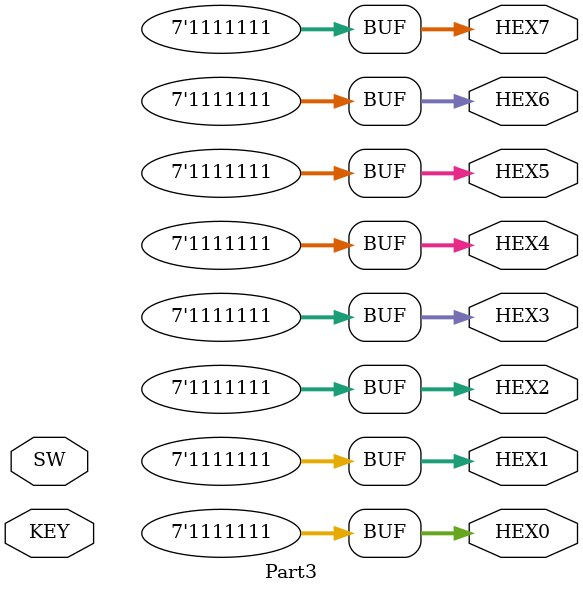
<source format=sv>

module Part3(KEY, SW, HEX0, HEX1, HEX2, HEX3, HEX4, HEX5, HEX6, HEX7);
	input [0:0] KEY;
	input [0:0] SW;
	
	output logic [0:6]  HEX0 = 7'b1111111, 
						HEX1 = 7'b1111111, 
						HEX2 = 7'b1111111, 
						HEX3 = 7'b1111111, 
						HEX4 = 7'b1111111, 
						HEX5 = 7'b1111111, 
						HEX6 = 7'b1111111, 
						HEX7 = 7'b1111111;
	
	logic[23:0] Q;
	logic[2:0] Out;
	
	Part3FSM FSM1(KEY, SW, Out);
	
	Four_Bit_Register R0(Out, KEY, SW, Q[2:0]);
	Four_Bit_Register R1(Q[2:0], KEY, SW, Q[5:3]);
	Four_Bit_Register R2(Q[5:3], KEY, SW, Q[8:6]);
	Four_Bit_Register R3(Q[8:6], KEY, SW, Q[11:9]);
	Four_Bit_Register R4(Q[11:9], KEY, SW, Q[14:12]);
	Four_Bit_Register R5(Q[14:12], KEY, SW, Q[17:15]);
	Four_Bit_Register R6(Q[17:15], KEY, SW, Q[20:18]);
	Four_Bit_Register R7(Q[20:18], KEY, SW, Q[23:21]);
	
	
	New_Hex_HELO H0(HEX0, Q[2:0]);
	New_Hex_HELO H1(HEX1, Q[5:3]);
	New_Hex_HELO H2(HEX2, Q[8:6]);
	New_Hex_HELO H3(HEX3, Q[11:9]);
	New_Hex_HELO H4(HEX4, Q[14:12]);
	New_Hex_HELO H5(HEX5, Q[17:15]);
	New_Hex_HELO H6(HEX6, Q[20:18]);
	New_Hex_HELO H7(HEX7, Q[23:21]);
	
endmodule	
</source>
